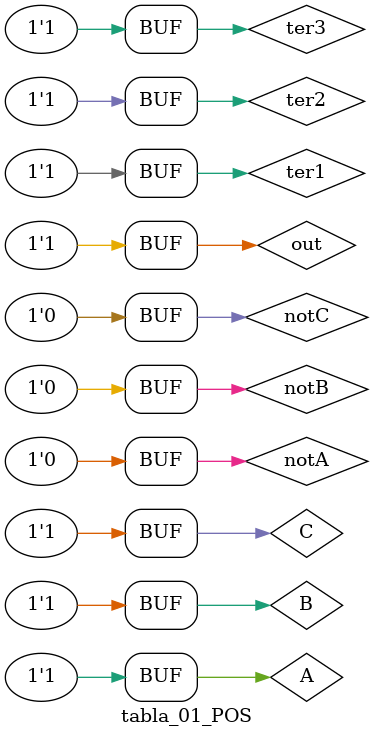
<source format=v>
module tabla_01_POS();

reg A, B, C;
wire notA, notB, notC, ter1, ter2, ter3, out;

not a(notA, A);
not b(notB, B);
not c(notC, C);

or I(ter1, A, B, notC);
or J(ter2, A, notB, notC);
or K(ter3, notA, notB, C);

and U2(out, ter1, ter2, ter3);


initial begin

$display("| A B C | Y |");
$display("|-------|---|");
$monitor("| %b %b %b | %b |", A, B, C, out);
A = 0; B = 0; C = 0;
#1 C = 1;
#1 B = 1; C = 0;
#1 C = 1;
#1 A = 1; B = 0; C = 0;
#1 C = 1;
#1 B = 1; C = 0;
#1 C = 1;


end

endmodule

</source>
